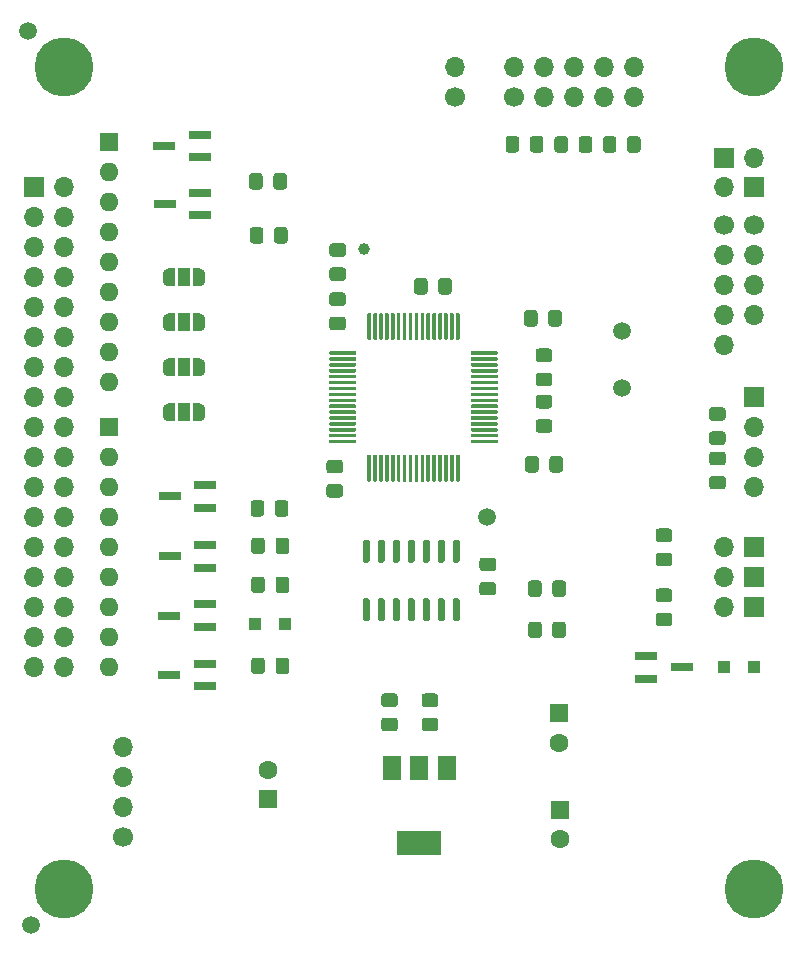
<source format=gbr>
%TF.GenerationSoftware,KiCad,Pcbnew,(5.1.9)-1*%
%TF.CreationDate,2021-08-09T15:54:16+01:00*%
%TF.ProjectId,OpenFlopsShort,4f70656e-466c-46f7-9073-53686f72742e,rev?*%
%TF.SameCoordinates,Original*%
%TF.FileFunction,Soldermask,Top*%
%TF.FilePolarity,Negative*%
%FSLAX46Y46*%
G04 Gerber Fmt 4.6, Leading zero omitted, Abs format (unit mm)*
G04 Created by KiCad (PCBNEW (5.1.9)-1) date 2021-08-09 15:54:16*
%MOMM*%
%LPD*%
G01*
G04 APERTURE LIST*
%ADD10O,1.700000X1.700000*%
%ADD11R,1.700000X1.700000*%
%ADD12C,1.700000*%
%ADD13R,1.000000X1.500000*%
%ADD14C,0.100000*%
%ADD15O,1.600000X1.600000*%
%ADD16R,1.600000X1.600000*%
%ADD17C,1.500000*%
%ADD18R,1.500000X2.000000*%
%ADD19R,3.800000X2.000000*%
%ADD20C,1.000000*%
%ADD21R,1.900000X0.800000*%
%ADD22C,5.000000*%
%ADD23R,1.000000X1.000000*%
%ADD24C,1.600000*%
G04 APERTURE END LIST*
D10*
%TO.C,J1*%
X166624000Y-68643500D03*
D11*
X169164000Y-68643500D03*
%TD*%
D10*
%TO.C,J2*%
X169164000Y-66167000D03*
D11*
X166624000Y-66167000D03*
%TD*%
D10*
%TO.C,P9*%
X166624000Y-104203500D03*
D11*
X169164000Y-104203500D03*
%TD*%
D10*
%TO.C,J4*%
X166624000Y-101663500D03*
D11*
X169164000Y-101663500D03*
%TD*%
D10*
%TO.C,J3*%
X166624000Y-99123500D03*
D11*
X169164000Y-99123500D03*
%TD*%
D10*
%TO.C,P6*%
X166624000Y-81978500D03*
X166624000Y-79438500D03*
X166624000Y-76898500D03*
X166624000Y-74358500D03*
D12*
X166624000Y-71818500D03*
%TD*%
D10*
%TO.C,P7*%
X169164000Y-79438500D03*
X169164000Y-76898500D03*
X169164000Y-74358500D03*
D12*
X169164000Y-71818500D03*
%TD*%
D13*
%TO.C,JP4*%
X120904000Y-87693500D03*
D14*
G36*
X122204000Y-86944102D02*
G01*
X122228534Y-86944102D01*
X122277365Y-86948912D01*
X122325490Y-86958484D01*
X122372445Y-86972728D01*
X122417778Y-86991505D01*
X122461051Y-87014636D01*
X122501850Y-87041896D01*
X122539779Y-87073024D01*
X122574476Y-87107721D01*
X122605604Y-87145650D01*
X122632864Y-87186449D01*
X122655995Y-87229722D01*
X122674772Y-87275055D01*
X122689016Y-87322010D01*
X122698588Y-87370135D01*
X122703398Y-87418966D01*
X122703398Y-87443500D01*
X122704000Y-87443500D01*
X122704000Y-87943500D01*
X122703398Y-87943500D01*
X122703398Y-87968034D01*
X122698588Y-88016865D01*
X122689016Y-88064990D01*
X122674772Y-88111945D01*
X122655995Y-88157278D01*
X122632864Y-88200551D01*
X122605604Y-88241350D01*
X122574476Y-88279279D01*
X122539779Y-88313976D01*
X122501850Y-88345104D01*
X122461051Y-88372364D01*
X122417778Y-88395495D01*
X122372445Y-88414272D01*
X122325490Y-88428516D01*
X122277365Y-88438088D01*
X122228534Y-88442898D01*
X122204000Y-88442898D01*
X122204000Y-88443500D01*
X121654000Y-88443500D01*
X121654000Y-86943500D01*
X122204000Y-86943500D01*
X122204000Y-86944102D01*
G37*
G36*
X120154000Y-88443500D02*
G01*
X119604000Y-88443500D01*
X119604000Y-88442898D01*
X119579466Y-88442898D01*
X119530635Y-88438088D01*
X119482510Y-88428516D01*
X119435555Y-88414272D01*
X119390222Y-88395495D01*
X119346949Y-88372364D01*
X119306150Y-88345104D01*
X119268221Y-88313976D01*
X119233524Y-88279279D01*
X119202396Y-88241350D01*
X119175136Y-88200551D01*
X119152005Y-88157278D01*
X119133228Y-88111945D01*
X119118984Y-88064990D01*
X119109412Y-88016865D01*
X119104602Y-87968034D01*
X119104602Y-87943500D01*
X119104000Y-87943500D01*
X119104000Y-87443500D01*
X119104602Y-87443500D01*
X119104602Y-87418966D01*
X119109412Y-87370135D01*
X119118984Y-87322010D01*
X119133228Y-87275055D01*
X119152005Y-87229722D01*
X119175136Y-87186449D01*
X119202396Y-87145650D01*
X119233524Y-87107721D01*
X119268221Y-87073024D01*
X119306150Y-87041896D01*
X119346949Y-87014636D01*
X119390222Y-86991505D01*
X119435555Y-86972728D01*
X119482510Y-86958484D01*
X119530635Y-86948912D01*
X119579466Y-86944102D01*
X119604000Y-86944102D01*
X119604000Y-86943500D01*
X120154000Y-86943500D01*
X120154000Y-88443500D01*
G37*
%TD*%
D13*
%TO.C,JP3*%
X120904000Y-83883500D03*
D14*
G36*
X122204000Y-83134102D02*
G01*
X122228534Y-83134102D01*
X122277365Y-83138912D01*
X122325490Y-83148484D01*
X122372445Y-83162728D01*
X122417778Y-83181505D01*
X122461051Y-83204636D01*
X122501850Y-83231896D01*
X122539779Y-83263024D01*
X122574476Y-83297721D01*
X122605604Y-83335650D01*
X122632864Y-83376449D01*
X122655995Y-83419722D01*
X122674772Y-83465055D01*
X122689016Y-83512010D01*
X122698588Y-83560135D01*
X122703398Y-83608966D01*
X122703398Y-83633500D01*
X122704000Y-83633500D01*
X122704000Y-84133500D01*
X122703398Y-84133500D01*
X122703398Y-84158034D01*
X122698588Y-84206865D01*
X122689016Y-84254990D01*
X122674772Y-84301945D01*
X122655995Y-84347278D01*
X122632864Y-84390551D01*
X122605604Y-84431350D01*
X122574476Y-84469279D01*
X122539779Y-84503976D01*
X122501850Y-84535104D01*
X122461051Y-84562364D01*
X122417778Y-84585495D01*
X122372445Y-84604272D01*
X122325490Y-84618516D01*
X122277365Y-84628088D01*
X122228534Y-84632898D01*
X122204000Y-84632898D01*
X122204000Y-84633500D01*
X121654000Y-84633500D01*
X121654000Y-83133500D01*
X122204000Y-83133500D01*
X122204000Y-83134102D01*
G37*
G36*
X120154000Y-84633500D02*
G01*
X119604000Y-84633500D01*
X119604000Y-84632898D01*
X119579466Y-84632898D01*
X119530635Y-84628088D01*
X119482510Y-84618516D01*
X119435555Y-84604272D01*
X119390222Y-84585495D01*
X119346949Y-84562364D01*
X119306150Y-84535104D01*
X119268221Y-84503976D01*
X119233524Y-84469279D01*
X119202396Y-84431350D01*
X119175136Y-84390551D01*
X119152005Y-84347278D01*
X119133228Y-84301945D01*
X119118984Y-84254990D01*
X119109412Y-84206865D01*
X119104602Y-84158034D01*
X119104602Y-84133500D01*
X119104000Y-84133500D01*
X119104000Y-83633500D01*
X119104602Y-83633500D01*
X119104602Y-83608966D01*
X119109412Y-83560135D01*
X119118984Y-83512010D01*
X119133228Y-83465055D01*
X119152005Y-83419722D01*
X119175136Y-83376449D01*
X119202396Y-83335650D01*
X119233524Y-83297721D01*
X119268221Y-83263024D01*
X119306150Y-83231896D01*
X119346949Y-83204636D01*
X119390222Y-83181505D01*
X119435555Y-83162728D01*
X119482510Y-83148484D01*
X119530635Y-83138912D01*
X119579466Y-83134102D01*
X119604000Y-83134102D01*
X119604000Y-83133500D01*
X120154000Y-83133500D01*
X120154000Y-84633500D01*
G37*
%TD*%
D13*
%TO.C,JP2*%
X120904000Y-80073500D03*
D14*
G36*
X122204000Y-79324102D02*
G01*
X122228534Y-79324102D01*
X122277365Y-79328912D01*
X122325490Y-79338484D01*
X122372445Y-79352728D01*
X122417778Y-79371505D01*
X122461051Y-79394636D01*
X122501850Y-79421896D01*
X122539779Y-79453024D01*
X122574476Y-79487721D01*
X122605604Y-79525650D01*
X122632864Y-79566449D01*
X122655995Y-79609722D01*
X122674772Y-79655055D01*
X122689016Y-79702010D01*
X122698588Y-79750135D01*
X122703398Y-79798966D01*
X122703398Y-79823500D01*
X122704000Y-79823500D01*
X122704000Y-80323500D01*
X122703398Y-80323500D01*
X122703398Y-80348034D01*
X122698588Y-80396865D01*
X122689016Y-80444990D01*
X122674772Y-80491945D01*
X122655995Y-80537278D01*
X122632864Y-80580551D01*
X122605604Y-80621350D01*
X122574476Y-80659279D01*
X122539779Y-80693976D01*
X122501850Y-80725104D01*
X122461051Y-80752364D01*
X122417778Y-80775495D01*
X122372445Y-80794272D01*
X122325490Y-80808516D01*
X122277365Y-80818088D01*
X122228534Y-80822898D01*
X122204000Y-80822898D01*
X122204000Y-80823500D01*
X121654000Y-80823500D01*
X121654000Y-79323500D01*
X122204000Y-79323500D01*
X122204000Y-79324102D01*
G37*
G36*
X120154000Y-80823500D02*
G01*
X119604000Y-80823500D01*
X119604000Y-80822898D01*
X119579466Y-80822898D01*
X119530635Y-80818088D01*
X119482510Y-80808516D01*
X119435555Y-80794272D01*
X119390222Y-80775495D01*
X119346949Y-80752364D01*
X119306150Y-80725104D01*
X119268221Y-80693976D01*
X119233524Y-80659279D01*
X119202396Y-80621350D01*
X119175136Y-80580551D01*
X119152005Y-80537278D01*
X119133228Y-80491945D01*
X119118984Y-80444990D01*
X119109412Y-80396865D01*
X119104602Y-80348034D01*
X119104602Y-80323500D01*
X119104000Y-80323500D01*
X119104000Y-79823500D01*
X119104602Y-79823500D01*
X119104602Y-79798966D01*
X119109412Y-79750135D01*
X119118984Y-79702010D01*
X119133228Y-79655055D01*
X119152005Y-79609722D01*
X119175136Y-79566449D01*
X119202396Y-79525650D01*
X119233524Y-79487721D01*
X119268221Y-79453024D01*
X119306150Y-79421896D01*
X119346949Y-79394636D01*
X119390222Y-79371505D01*
X119435555Y-79352728D01*
X119482510Y-79338484D01*
X119530635Y-79328912D01*
X119579466Y-79324102D01*
X119604000Y-79324102D01*
X119604000Y-79323500D01*
X120154000Y-79323500D01*
X120154000Y-80823500D01*
G37*
%TD*%
D13*
%TO.C,JP1*%
X120904000Y-76263500D03*
D14*
G36*
X122204000Y-75514102D02*
G01*
X122228534Y-75514102D01*
X122277365Y-75518912D01*
X122325490Y-75528484D01*
X122372445Y-75542728D01*
X122417778Y-75561505D01*
X122461051Y-75584636D01*
X122501850Y-75611896D01*
X122539779Y-75643024D01*
X122574476Y-75677721D01*
X122605604Y-75715650D01*
X122632864Y-75756449D01*
X122655995Y-75799722D01*
X122674772Y-75845055D01*
X122689016Y-75892010D01*
X122698588Y-75940135D01*
X122703398Y-75988966D01*
X122703398Y-76013500D01*
X122704000Y-76013500D01*
X122704000Y-76513500D01*
X122703398Y-76513500D01*
X122703398Y-76538034D01*
X122698588Y-76586865D01*
X122689016Y-76634990D01*
X122674772Y-76681945D01*
X122655995Y-76727278D01*
X122632864Y-76770551D01*
X122605604Y-76811350D01*
X122574476Y-76849279D01*
X122539779Y-76883976D01*
X122501850Y-76915104D01*
X122461051Y-76942364D01*
X122417778Y-76965495D01*
X122372445Y-76984272D01*
X122325490Y-76998516D01*
X122277365Y-77008088D01*
X122228534Y-77012898D01*
X122204000Y-77012898D01*
X122204000Y-77013500D01*
X121654000Y-77013500D01*
X121654000Y-75513500D01*
X122204000Y-75513500D01*
X122204000Y-75514102D01*
G37*
G36*
X120154000Y-77013500D02*
G01*
X119604000Y-77013500D01*
X119604000Y-77012898D01*
X119579466Y-77012898D01*
X119530635Y-77008088D01*
X119482510Y-76998516D01*
X119435555Y-76984272D01*
X119390222Y-76965495D01*
X119346949Y-76942364D01*
X119306150Y-76915104D01*
X119268221Y-76883976D01*
X119233524Y-76849279D01*
X119202396Y-76811350D01*
X119175136Y-76770551D01*
X119152005Y-76727278D01*
X119133228Y-76681945D01*
X119118984Y-76634990D01*
X119109412Y-76586865D01*
X119104602Y-76538034D01*
X119104602Y-76513500D01*
X119104000Y-76513500D01*
X119104000Y-76013500D01*
X119104602Y-76013500D01*
X119104602Y-75988966D01*
X119109412Y-75940135D01*
X119118984Y-75892010D01*
X119133228Y-75845055D01*
X119152005Y-75799722D01*
X119175136Y-75756449D01*
X119202396Y-75715650D01*
X119233524Y-75677721D01*
X119268221Y-75643024D01*
X119306150Y-75611896D01*
X119346949Y-75584636D01*
X119390222Y-75561505D01*
X119435555Y-75542728D01*
X119482510Y-75528484D01*
X119530635Y-75518912D01*
X119579466Y-75514102D01*
X119604000Y-75514102D01*
X119604000Y-75513500D01*
X120154000Y-75513500D01*
X120154000Y-77013500D01*
G37*
%TD*%
D15*
%TO.C,RN2*%
X114554000Y-109283500D03*
X114554000Y-106743500D03*
X114554000Y-104203500D03*
X114554000Y-101663500D03*
X114554000Y-99123500D03*
X114554000Y-96583500D03*
X114554000Y-94043500D03*
X114554000Y-91503500D03*
D16*
X114554000Y-88963500D03*
%TD*%
D15*
%TO.C,RN1*%
X114554000Y-85153500D03*
X114554000Y-82613500D03*
X114554000Y-80073500D03*
X114554000Y-77533500D03*
X114554000Y-74993500D03*
X114554000Y-72453500D03*
X114554000Y-69913500D03*
X114554000Y-67373500D03*
D16*
X114554000Y-64833500D03*
%TD*%
%TO.C,U3*%
G36*
G01*
X144235000Y-91348500D02*
X144235000Y-93498500D01*
G75*
G02*
X144160000Y-93573500I-75000J0D01*
G01*
X144010000Y-93573500D01*
G75*
G02*
X143935000Y-93498500I0J75000D01*
G01*
X143935000Y-91348500D01*
G75*
G02*
X144010000Y-91273500I75000J0D01*
G01*
X144160000Y-91273500D01*
G75*
G02*
X144235000Y-91348500I0J-75000D01*
G01*
G37*
G36*
G01*
X143735000Y-91348500D02*
X143735000Y-93498500D01*
G75*
G02*
X143660000Y-93573500I-75000J0D01*
G01*
X143510000Y-93573500D01*
G75*
G02*
X143435000Y-93498500I0J75000D01*
G01*
X143435000Y-91348500D01*
G75*
G02*
X143510000Y-91273500I75000J0D01*
G01*
X143660000Y-91273500D01*
G75*
G02*
X143735000Y-91348500I0J-75000D01*
G01*
G37*
G36*
G01*
X143235000Y-91348500D02*
X143235000Y-93498500D01*
G75*
G02*
X143160000Y-93573500I-75000J0D01*
G01*
X143010000Y-93573500D01*
G75*
G02*
X142935000Y-93498500I0J75000D01*
G01*
X142935000Y-91348500D01*
G75*
G02*
X143010000Y-91273500I75000J0D01*
G01*
X143160000Y-91273500D01*
G75*
G02*
X143235000Y-91348500I0J-75000D01*
G01*
G37*
G36*
G01*
X142735000Y-91348500D02*
X142735000Y-93498500D01*
G75*
G02*
X142660000Y-93573500I-75000J0D01*
G01*
X142510000Y-93573500D01*
G75*
G02*
X142435000Y-93498500I0J75000D01*
G01*
X142435000Y-91348500D01*
G75*
G02*
X142510000Y-91273500I75000J0D01*
G01*
X142660000Y-91273500D01*
G75*
G02*
X142735000Y-91348500I0J-75000D01*
G01*
G37*
G36*
G01*
X142235000Y-91348500D02*
X142235000Y-93498500D01*
G75*
G02*
X142160000Y-93573500I-75000J0D01*
G01*
X142010000Y-93573500D01*
G75*
G02*
X141935000Y-93498500I0J75000D01*
G01*
X141935000Y-91348500D01*
G75*
G02*
X142010000Y-91273500I75000J0D01*
G01*
X142160000Y-91273500D01*
G75*
G02*
X142235000Y-91348500I0J-75000D01*
G01*
G37*
G36*
G01*
X141735000Y-91348500D02*
X141735000Y-93498500D01*
G75*
G02*
X141660000Y-93573500I-75000J0D01*
G01*
X141510000Y-93573500D01*
G75*
G02*
X141435000Y-93498500I0J75000D01*
G01*
X141435000Y-91348500D01*
G75*
G02*
X141510000Y-91273500I75000J0D01*
G01*
X141660000Y-91273500D01*
G75*
G02*
X141735000Y-91348500I0J-75000D01*
G01*
G37*
G36*
G01*
X141235000Y-91348500D02*
X141235000Y-93498500D01*
G75*
G02*
X141160000Y-93573500I-75000J0D01*
G01*
X141010000Y-93573500D01*
G75*
G02*
X140935000Y-93498500I0J75000D01*
G01*
X140935000Y-91348500D01*
G75*
G02*
X141010000Y-91273500I75000J0D01*
G01*
X141160000Y-91273500D01*
G75*
G02*
X141235000Y-91348500I0J-75000D01*
G01*
G37*
G36*
G01*
X140735000Y-91348500D02*
X140735000Y-93498500D01*
G75*
G02*
X140660000Y-93573500I-75000J0D01*
G01*
X140510000Y-93573500D01*
G75*
G02*
X140435000Y-93498500I0J75000D01*
G01*
X140435000Y-91348500D01*
G75*
G02*
X140510000Y-91273500I75000J0D01*
G01*
X140660000Y-91273500D01*
G75*
G02*
X140735000Y-91348500I0J-75000D01*
G01*
G37*
G36*
G01*
X140235000Y-91348500D02*
X140235000Y-93498500D01*
G75*
G02*
X140160000Y-93573500I-75000J0D01*
G01*
X140010000Y-93573500D01*
G75*
G02*
X139935000Y-93498500I0J75000D01*
G01*
X139935000Y-91348500D01*
G75*
G02*
X140010000Y-91273500I75000J0D01*
G01*
X140160000Y-91273500D01*
G75*
G02*
X140235000Y-91348500I0J-75000D01*
G01*
G37*
G36*
G01*
X139735000Y-91348500D02*
X139735000Y-93498500D01*
G75*
G02*
X139660000Y-93573500I-75000J0D01*
G01*
X139510000Y-93573500D01*
G75*
G02*
X139435000Y-93498500I0J75000D01*
G01*
X139435000Y-91348500D01*
G75*
G02*
X139510000Y-91273500I75000J0D01*
G01*
X139660000Y-91273500D01*
G75*
G02*
X139735000Y-91348500I0J-75000D01*
G01*
G37*
G36*
G01*
X139235000Y-91348500D02*
X139235000Y-93498500D01*
G75*
G02*
X139160000Y-93573500I-75000J0D01*
G01*
X139010000Y-93573500D01*
G75*
G02*
X138935000Y-93498500I0J75000D01*
G01*
X138935000Y-91348500D01*
G75*
G02*
X139010000Y-91273500I75000J0D01*
G01*
X139160000Y-91273500D01*
G75*
G02*
X139235000Y-91348500I0J-75000D01*
G01*
G37*
G36*
G01*
X138735000Y-91348500D02*
X138735000Y-93498500D01*
G75*
G02*
X138660000Y-93573500I-75000J0D01*
G01*
X138510000Y-93573500D01*
G75*
G02*
X138435000Y-93498500I0J75000D01*
G01*
X138435000Y-91348500D01*
G75*
G02*
X138510000Y-91273500I75000J0D01*
G01*
X138660000Y-91273500D01*
G75*
G02*
X138735000Y-91348500I0J-75000D01*
G01*
G37*
G36*
G01*
X138235000Y-91348500D02*
X138235000Y-93498500D01*
G75*
G02*
X138160000Y-93573500I-75000J0D01*
G01*
X138010000Y-93573500D01*
G75*
G02*
X137935000Y-93498500I0J75000D01*
G01*
X137935000Y-91348500D01*
G75*
G02*
X138010000Y-91273500I75000J0D01*
G01*
X138160000Y-91273500D01*
G75*
G02*
X138235000Y-91348500I0J-75000D01*
G01*
G37*
G36*
G01*
X137735000Y-91348500D02*
X137735000Y-93498500D01*
G75*
G02*
X137660000Y-93573500I-75000J0D01*
G01*
X137510000Y-93573500D01*
G75*
G02*
X137435000Y-93498500I0J75000D01*
G01*
X137435000Y-91348500D01*
G75*
G02*
X137510000Y-91273500I75000J0D01*
G01*
X137660000Y-91273500D01*
G75*
G02*
X137735000Y-91348500I0J-75000D01*
G01*
G37*
G36*
G01*
X137235000Y-91348500D02*
X137235000Y-93498500D01*
G75*
G02*
X137160000Y-93573500I-75000J0D01*
G01*
X137010000Y-93573500D01*
G75*
G02*
X136935000Y-93498500I0J75000D01*
G01*
X136935000Y-91348500D01*
G75*
G02*
X137010000Y-91273500I75000J0D01*
G01*
X137160000Y-91273500D01*
G75*
G02*
X137235000Y-91348500I0J-75000D01*
G01*
G37*
G36*
G01*
X136735000Y-91348500D02*
X136735000Y-93498500D01*
G75*
G02*
X136660000Y-93573500I-75000J0D01*
G01*
X136510000Y-93573500D01*
G75*
G02*
X136435000Y-93498500I0J75000D01*
G01*
X136435000Y-91348500D01*
G75*
G02*
X136510000Y-91273500I75000J0D01*
G01*
X136660000Y-91273500D01*
G75*
G02*
X136735000Y-91348500I0J-75000D01*
G01*
G37*
G36*
G01*
X135485000Y-90098500D02*
X135485000Y-90248500D01*
G75*
G02*
X135410000Y-90323500I-75000J0D01*
G01*
X133260000Y-90323500D01*
G75*
G02*
X133185000Y-90248500I0J75000D01*
G01*
X133185000Y-90098500D01*
G75*
G02*
X133260000Y-90023500I75000J0D01*
G01*
X135410000Y-90023500D01*
G75*
G02*
X135485000Y-90098500I0J-75000D01*
G01*
G37*
G36*
G01*
X135485000Y-89598500D02*
X135485000Y-89748500D01*
G75*
G02*
X135410000Y-89823500I-75000J0D01*
G01*
X133260000Y-89823500D01*
G75*
G02*
X133185000Y-89748500I0J75000D01*
G01*
X133185000Y-89598500D01*
G75*
G02*
X133260000Y-89523500I75000J0D01*
G01*
X135410000Y-89523500D01*
G75*
G02*
X135485000Y-89598500I0J-75000D01*
G01*
G37*
G36*
G01*
X135485000Y-89098500D02*
X135485000Y-89248500D01*
G75*
G02*
X135410000Y-89323500I-75000J0D01*
G01*
X133260000Y-89323500D01*
G75*
G02*
X133185000Y-89248500I0J75000D01*
G01*
X133185000Y-89098500D01*
G75*
G02*
X133260000Y-89023500I75000J0D01*
G01*
X135410000Y-89023500D01*
G75*
G02*
X135485000Y-89098500I0J-75000D01*
G01*
G37*
G36*
G01*
X135485000Y-88598500D02*
X135485000Y-88748500D01*
G75*
G02*
X135410000Y-88823500I-75000J0D01*
G01*
X133260000Y-88823500D01*
G75*
G02*
X133185000Y-88748500I0J75000D01*
G01*
X133185000Y-88598500D01*
G75*
G02*
X133260000Y-88523500I75000J0D01*
G01*
X135410000Y-88523500D01*
G75*
G02*
X135485000Y-88598500I0J-75000D01*
G01*
G37*
G36*
G01*
X135485000Y-88098500D02*
X135485000Y-88248500D01*
G75*
G02*
X135410000Y-88323500I-75000J0D01*
G01*
X133260000Y-88323500D01*
G75*
G02*
X133185000Y-88248500I0J75000D01*
G01*
X133185000Y-88098500D01*
G75*
G02*
X133260000Y-88023500I75000J0D01*
G01*
X135410000Y-88023500D01*
G75*
G02*
X135485000Y-88098500I0J-75000D01*
G01*
G37*
G36*
G01*
X135485000Y-87598500D02*
X135485000Y-87748500D01*
G75*
G02*
X135410000Y-87823500I-75000J0D01*
G01*
X133260000Y-87823500D01*
G75*
G02*
X133185000Y-87748500I0J75000D01*
G01*
X133185000Y-87598500D01*
G75*
G02*
X133260000Y-87523500I75000J0D01*
G01*
X135410000Y-87523500D01*
G75*
G02*
X135485000Y-87598500I0J-75000D01*
G01*
G37*
G36*
G01*
X135485000Y-87098500D02*
X135485000Y-87248500D01*
G75*
G02*
X135410000Y-87323500I-75000J0D01*
G01*
X133260000Y-87323500D01*
G75*
G02*
X133185000Y-87248500I0J75000D01*
G01*
X133185000Y-87098500D01*
G75*
G02*
X133260000Y-87023500I75000J0D01*
G01*
X135410000Y-87023500D01*
G75*
G02*
X135485000Y-87098500I0J-75000D01*
G01*
G37*
G36*
G01*
X135485000Y-86598500D02*
X135485000Y-86748500D01*
G75*
G02*
X135410000Y-86823500I-75000J0D01*
G01*
X133260000Y-86823500D01*
G75*
G02*
X133185000Y-86748500I0J75000D01*
G01*
X133185000Y-86598500D01*
G75*
G02*
X133260000Y-86523500I75000J0D01*
G01*
X135410000Y-86523500D01*
G75*
G02*
X135485000Y-86598500I0J-75000D01*
G01*
G37*
G36*
G01*
X135485000Y-86098500D02*
X135485000Y-86248500D01*
G75*
G02*
X135410000Y-86323500I-75000J0D01*
G01*
X133260000Y-86323500D01*
G75*
G02*
X133185000Y-86248500I0J75000D01*
G01*
X133185000Y-86098500D01*
G75*
G02*
X133260000Y-86023500I75000J0D01*
G01*
X135410000Y-86023500D01*
G75*
G02*
X135485000Y-86098500I0J-75000D01*
G01*
G37*
G36*
G01*
X135485000Y-85598500D02*
X135485000Y-85748500D01*
G75*
G02*
X135410000Y-85823500I-75000J0D01*
G01*
X133260000Y-85823500D01*
G75*
G02*
X133185000Y-85748500I0J75000D01*
G01*
X133185000Y-85598500D01*
G75*
G02*
X133260000Y-85523500I75000J0D01*
G01*
X135410000Y-85523500D01*
G75*
G02*
X135485000Y-85598500I0J-75000D01*
G01*
G37*
G36*
G01*
X135485000Y-85098500D02*
X135485000Y-85248500D01*
G75*
G02*
X135410000Y-85323500I-75000J0D01*
G01*
X133260000Y-85323500D01*
G75*
G02*
X133185000Y-85248500I0J75000D01*
G01*
X133185000Y-85098500D01*
G75*
G02*
X133260000Y-85023500I75000J0D01*
G01*
X135410000Y-85023500D01*
G75*
G02*
X135485000Y-85098500I0J-75000D01*
G01*
G37*
G36*
G01*
X135485000Y-84598500D02*
X135485000Y-84748500D01*
G75*
G02*
X135410000Y-84823500I-75000J0D01*
G01*
X133260000Y-84823500D01*
G75*
G02*
X133185000Y-84748500I0J75000D01*
G01*
X133185000Y-84598500D01*
G75*
G02*
X133260000Y-84523500I75000J0D01*
G01*
X135410000Y-84523500D01*
G75*
G02*
X135485000Y-84598500I0J-75000D01*
G01*
G37*
G36*
G01*
X135485000Y-84098500D02*
X135485000Y-84248500D01*
G75*
G02*
X135410000Y-84323500I-75000J0D01*
G01*
X133260000Y-84323500D01*
G75*
G02*
X133185000Y-84248500I0J75000D01*
G01*
X133185000Y-84098500D01*
G75*
G02*
X133260000Y-84023500I75000J0D01*
G01*
X135410000Y-84023500D01*
G75*
G02*
X135485000Y-84098500I0J-75000D01*
G01*
G37*
G36*
G01*
X135485000Y-83598500D02*
X135485000Y-83748500D01*
G75*
G02*
X135410000Y-83823500I-75000J0D01*
G01*
X133260000Y-83823500D01*
G75*
G02*
X133185000Y-83748500I0J75000D01*
G01*
X133185000Y-83598500D01*
G75*
G02*
X133260000Y-83523500I75000J0D01*
G01*
X135410000Y-83523500D01*
G75*
G02*
X135485000Y-83598500I0J-75000D01*
G01*
G37*
G36*
G01*
X135485000Y-83098500D02*
X135485000Y-83248500D01*
G75*
G02*
X135410000Y-83323500I-75000J0D01*
G01*
X133260000Y-83323500D01*
G75*
G02*
X133185000Y-83248500I0J75000D01*
G01*
X133185000Y-83098500D01*
G75*
G02*
X133260000Y-83023500I75000J0D01*
G01*
X135410000Y-83023500D01*
G75*
G02*
X135485000Y-83098500I0J-75000D01*
G01*
G37*
G36*
G01*
X135485000Y-82598500D02*
X135485000Y-82748500D01*
G75*
G02*
X135410000Y-82823500I-75000J0D01*
G01*
X133260000Y-82823500D01*
G75*
G02*
X133185000Y-82748500I0J75000D01*
G01*
X133185000Y-82598500D01*
G75*
G02*
X133260000Y-82523500I75000J0D01*
G01*
X135410000Y-82523500D01*
G75*
G02*
X135485000Y-82598500I0J-75000D01*
G01*
G37*
G36*
G01*
X136735000Y-79348500D02*
X136735000Y-81498500D01*
G75*
G02*
X136660000Y-81573500I-75000J0D01*
G01*
X136510000Y-81573500D01*
G75*
G02*
X136435000Y-81498500I0J75000D01*
G01*
X136435000Y-79348500D01*
G75*
G02*
X136510000Y-79273500I75000J0D01*
G01*
X136660000Y-79273500D01*
G75*
G02*
X136735000Y-79348500I0J-75000D01*
G01*
G37*
G36*
G01*
X137235000Y-79348500D02*
X137235000Y-81498500D01*
G75*
G02*
X137160000Y-81573500I-75000J0D01*
G01*
X137010000Y-81573500D01*
G75*
G02*
X136935000Y-81498500I0J75000D01*
G01*
X136935000Y-79348500D01*
G75*
G02*
X137010000Y-79273500I75000J0D01*
G01*
X137160000Y-79273500D01*
G75*
G02*
X137235000Y-79348500I0J-75000D01*
G01*
G37*
G36*
G01*
X137735000Y-79348500D02*
X137735000Y-81498500D01*
G75*
G02*
X137660000Y-81573500I-75000J0D01*
G01*
X137510000Y-81573500D01*
G75*
G02*
X137435000Y-81498500I0J75000D01*
G01*
X137435000Y-79348500D01*
G75*
G02*
X137510000Y-79273500I75000J0D01*
G01*
X137660000Y-79273500D01*
G75*
G02*
X137735000Y-79348500I0J-75000D01*
G01*
G37*
G36*
G01*
X138235000Y-79348500D02*
X138235000Y-81498500D01*
G75*
G02*
X138160000Y-81573500I-75000J0D01*
G01*
X138010000Y-81573500D01*
G75*
G02*
X137935000Y-81498500I0J75000D01*
G01*
X137935000Y-79348500D01*
G75*
G02*
X138010000Y-79273500I75000J0D01*
G01*
X138160000Y-79273500D01*
G75*
G02*
X138235000Y-79348500I0J-75000D01*
G01*
G37*
G36*
G01*
X138735000Y-79348500D02*
X138735000Y-81498500D01*
G75*
G02*
X138660000Y-81573500I-75000J0D01*
G01*
X138510000Y-81573500D01*
G75*
G02*
X138435000Y-81498500I0J75000D01*
G01*
X138435000Y-79348500D01*
G75*
G02*
X138510000Y-79273500I75000J0D01*
G01*
X138660000Y-79273500D01*
G75*
G02*
X138735000Y-79348500I0J-75000D01*
G01*
G37*
G36*
G01*
X139235000Y-79348500D02*
X139235000Y-81498500D01*
G75*
G02*
X139160000Y-81573500I-75000J0D01*
G01*
X139010000Y-81573500D01*
G75*
G02*
X138935000Y-81498500I0J75000D01*
G01*
X138935000Y-79348500D01*
G75*
G02*
X139010000Y-79273500I75000J0D01*
G01*
X139160000Y-79273500D01*
G75*
G02*
X139235000Y-79348500I0J-75000D01*
G01*
G37*
G36*
G01*
X139735000Y-79348500D02*
X139735000Y-81498500D01*
G75*
G02*
X139660000Y-81573500I-75000J0D01*
G01*
X139510000Y-81573500D01*
G75*
G02*
X139435000Y-81498500I0J75000D01*
G01*
X139435000Y-79348500D01*
G75*
G02*
X139510000Y-79273500I75000J0D01*
G01*
X139660000Y-79273500D01*
G75*
G02*
X139735000Y-79348500I0J-75000D01*
G01*
G37*
G36*
G01*
X140235000Y-79348500D02*
X140235000Y-81498500D01*
G75*
G02*
X140160000Y-81573500I-75000J0D01*
G01*
X140010000Y-81573500D01*
G75*
G02*
X139935000Y-81498500I0J75000D01*
G01*
X139935000Y-79348500D01*
G75*
G02*
X140010000Y-79273500I75000J0D01*
G01*
X140160000Y-79273500D01*
G75*
G02*
X140235000Y-79348500I0J-75000D01*
G01*
G37*
G36*
G01*
X140735000Y-79348500D02*
X140735000Y-81498500D01*
G75*
G02*
X140660000Y-81573500I-75000J0D01*
G01*
X140510000Y-81573500D01*
G75*
G02*
X140435000Y-81498500I0J75000D01*
G01*
X140435000Y-79348500D01*
G75*
G02*
X140510000Y-79273500I75000J0D01*
G01*
X140660000Y-79273500D01*
G75*
G02*
X140735000Y-79348500I0J-75000D01*
G01*
G37*
G36*
G01*
X141235000Y-79348500D02*
X141235000Y-81498500D01*
G75*
G02*
X141160000Y-81573500I-75000J0D01*
G01*
X141010000Y-81573500D01*
G75*
G02*
X140935000Y-81498500I0J75000D01*
G01*
X140935000Y-79348500D01*
G75*
G02*
X141010000Y-79273500I75000J0D01*
G01*
X141160000Y-79273500D01*
G75*
G02*
X141235000Y-79348500I0J-75000D01*
G01*
G37*
G36*
G01*
X141735000Y-79348500D02*
X141735000Y-81498500D01*
G75*
G02*
X141660000Y-81573500I-75000J0D01*
G01*
X141510000Y-81573500D01*
G75*
G02*
X141435000Y-81498500I0J75000D01*
G01*
X141435000Y-79348500D01*
G75*
G02*
X141510000Y-79273500I75000J0D01*
G01*
X141660000Y-79273500D01*
G75*
G02*
X141735000Y-79348500I0J-75000D01*
G01*
G37*
G36*
G01*
X142235000Y-79348500D02*
X142235000Y-81498500D01*
G75*
G02*
X142160000Y-81573500I-75000J0D01*
G01*
X142010000Y-81573500D01*
G75*
G02*
X141935000Y-81498500I0J75000D01*
G01*
X141935000Y-79348500D01*
G75*
G02*
X142010000Y-79273500I75000J0D01*
G01*
X142160000Y-79273500D01*
G75*
G02*
X142235000Y-79348500I0J-75000D01*
G01*
G37*
G36*
G01*
X142735000Y-79348500D02*
X142735000Y-81498500D01*
G75*
G02*
X142660000Y-81573500I-75000J0D01*
G01*
X142510000Y-81573500D01*
G75*
G02*
X142435000Y-81498500I0J75000D01*
G01*
X142435000Y-79348500D01*
G75*
G02*
X142510000Y-79273500I75000J0D01*
G01*
X142660000Y-79273500D01*
G75*
G02*
X142735000Y-79348500I0J-75000D01*
G01*
G37*
G36*
G01*
X143235000Y-79348500D02*
X143235000Y-81498500D01*
G75*
G02*
X143160000Y-81573500I-75000J0D01*
G01*
X143010000Y-81573500D01*
G75*
G02*
X142935000Y-81498500I0J75000D01*
G01*
X142935000Y-79348500D01*
G75*
G02*
X143010000Y-79273500I75000J0D01*
G01*
X143160000Y-79273500D01*
G75*
G02*
X143235000Y-79348500I0J-75000D01*
G01*
G37*
G36*
G01*
X143735000Y-79348500D02*
X143735000Y-81498500D01*
G75*
G02*
X143660000Y-81573500I-75000J0D01*
G01*
X143510000Y-81573500D01*
G75*
G02*
X143435000Y-81498500I0J75000D01*
G01*
X143435000Y-79348500D01*
G75*
G02*
X143510000Y-79273500I75000J0D01*
G01*
X143660000Y-79273500D01*
G75*
G02*
X143735000Y-79348500I0J-75000D01*
G01*
G37*
G36*
G01*
X144235000Y-79348500D02*
X144235000Y-81498500D01*
G75*
G02*
X144160000Y-81573500I-75000J0D01*
G01*
X144010000Y-81573500D01*
G75*
G02*
X143935000Y-81498500I0J75000D01*
G01*
X143935000Y-79348500D01*
G75*
G02*
X144010000Y-79273500I75000J0D01*
G01*
X144160000Y-79273500D01*
G75*
G02*
X144235000Y-79348500I0J-75000D01*
G01*
G37*
G36*
G01*
X147485000Y-82598500D02*
X147485000Y-82748500D01*
G75*
G02*
X147410000Y-82823500I-75000J0D01*
G01*
X145260000Y-82823500D01*
G75*
G02*
X145185000Y-82748500I0J75000D01*
G01*
X145185000Y-82598500D01*
G75*
G02*
X145260000Y-82523500I75000J0D01*
G01*
X147410000Y-82523500D01*
G75*
G02*
X147485000Y-82598500I0J-75000D01*
G01*
G37*
G36*
G01*
X147485000Y-83098500D02*
X147485000Y-83248500D01*
G75*
G02*
X147410000Y-83323500I-75000J0D01*
G01*
X145260000Y-83323500D01*
G75*
G02*
X145185000Y-83248500I0J75000D01*
G01*
X145185000Y-83098500D01*
G75*
G02*
X145260000Y-83023500I75000J0D01*
G01*
X147410000Y-83023500D01*
G75*
G02*
X147485000Y-83098500I0J-75000D01*
G01*
G37*
G36*
G01*
X147485000Y-83598500D02*
X147485000Y-83748500D01*
G75*
G02*
X147410000Y-83823500I-75000J0D01*
G01*
X145260000Y-83823500D01*
G75*
G02*
X145185000Y-83748500I0J75000D01*
G01*
X145185000Y-83598500D01*
G75*
G02*
X145260000Y-83523500I75000J0D01*
G01*
X147410000Y-83523500D01*
G75*
G02*
X147485000Y-83598500I0J-75000D01*
G01*
G37*
G36*
G01*
X147485000Y-84098500D02*
X147485000Y-84248500D01*
G75*
G02*
X147410000Y-84323500I-75000J0D01*
G01*
X145260000Y-84323500D01*
G75*
G02*
X145185000Y-84248500I0J75000D01*
G01*
X145185000Y-84098500D01*
G75*
G02*
X145260000Y-84023500I75000J0D01*
G01*
X147410000Y-84023500D01*
G75*
G02*
X147485000Y-84098500I0J-75000D01*
G01*
G37*
G36*
G01*
X147485000Y-84598500D02*
X147485000Y-84748500D01*
G75*
G02*
X147410000Y-84823500I-75000J0D01*
G01*
X145260000Y-84823500D01*
G75*
G02*
X145185000Y-84748500I0J75000D01*
G01*
X145185000Y-84598500D01*
G75*
G02*
X145260000Y-84523500I75000J0D01*
G01*
X147410000Y-84523500D01*
G75*
G02*
X147485000Y-84598500I0J-75000D01*
G01*
G37*
G36*
G01*
X147485000Y-85098500D02*
X147485000Y-85248500D01*
G75*
G02*
X147410000Y-85323500I-75000J0D01*
G01*
X145260000Y-85323500D01*
G75*
G02*
X145185000Y-85248500I0J75000D01*
G01*
X145185000Y-85098500D01*
G75*
G02*
X145260000Y-85023500I75000J0D01*
G01*
X147410000Y-85023500D01*
G75*
G02*
X147485000Y-85098500I0J-75000D01*
G01*
G37*
G36*
G01*
X147485000Y-85598500D02*
X147485000Y-85748500D01*
G75*
G02*
X147410000Y-85823500I-75000J0D01*
G01*
X145260000Y-85823500D01*
G75*
G02*
X145185000Y-85748500I0J75000D01*
G01*
X145185000Y-85598500D01*
G75*
G02*
X145260000Y-85523500I75000J0D01*
G01*
X147410000Y-85523500D01*
G75*
G02*
X147485000Y-85598500I0J-75000D01*
G01*
G37*
G36*
G01*
X147485000Y-86098500D02*
X147485000Y-86248500D01*
G75*
G02*
X147410000Y-86323500I-75000J0D01*
G01*
X145260000Y-86323500D01*
G75*
G02*
X145185000Y-86248500I0J75000D01*
G01*
X145185000Y-86098500D01*
G75*
G02*
X145260000Y-86023500I75000J0D01*
G01*
X147410000Y-86023500D01*
G75*
G02*
X147485000Y-86098500I0J-75000D01*
G01*
G37*
G36*
G01*
X147485000Y-86598500D02*
X147485000Y-86748500D01*
G75*
G02*
X147410000Y-86823500I-75000J0D01*
G01*
X145260000Y-86823500D01*
G75*
G02*
X145185000Y-86748500I0J75000D01*
G01*
X145185000Y-86598500D01*
G75*
G02*
X145260000Y-86523500I75000J0D01*
G01*
X147410000Y-86523500D01*
G75*
G02*
X147485000Y-86598500I0J-75000D01*
G01*
G37*
G36*
G01*
X147485000Y-87098500D02*
X147485000Y-87248500D01*
G75*
G02*
X147410000Y-87323500I-75000J0D01*
G01*
X145260000Y-87323500D01*
G75*
G02*
X145185000Y-87248500I0J75000D01*
G01*
X145185000Y-87098500D01*
G75*
G02*
X145260000Y-87023500I75000J0D01*
G01*
X147410000Y-87023500D01*
G75*
G02*
X147485000Y-87098500I0J-75000D01*
G01*
G37*
G36*
G01*
X147485000Y-87598500D02*
X147485000Y-87748500D01*
G75*
G02*
X147410000Y-87823500I-75000J0D01*
G01*
X145260000Y-87823500D01*
G75*
G02*
X145185000Y-87748500I0J75000D01*
G01*
X145185000Y-87598500D01*
G75*
G02*
X145260000Y-87523500I75000J0D01*
G01*
X147410000Y-87523500D01*
G75*
G02*
X147485000Y-87598500I0J-75000D01*
G01*
G37*
G36*
G01*
X147485000Y-88098500D02*
X147485000Y-88248500D01*
G75*
G02*
X147410000Y-88323500I-75000J0D01*
G01*
X145260000Y-88323500D01*
G75*
G02*
X145185000Y-88248500I0J75000D01*
G01*
X145185000Y-88098500D01*
G75*
G02*
X145260000Y-88023500I75000J0D01*
G01*
X147410000Y-88023500D01*
G75*
G02*
X147485000Y-88098500I0J-75000D01*
G01*
G37*
G36*
G01*
X147485000Y-88598500D02*
X147485000Y-88748500D01*
G75*
G02*
X147410000Y-88823500I-75000J0D01*
G01*
X145260000Y-88823500D01*
G75*
G02*
X145185000Y-88748500I0J75000D01*
G01*
X145185000Y-88598500D01*
G75*
G02*
X145260000Y-88523500I75000J0D01*
G01*
X147410000Y-88523500D01*
G75*
G02*
X147485000Y-88598500I0J-75000D01*
G01*
G37*
G36*
G01*
X147485000Y-89098500D02*
X147485000Y-89248500D01*
G75*
G02*
X147410000Y-89323500I-75000J0D01*
G01*
X145260000Y-89323500D01*
G75*
G02*
X145185000Y-89248500I0J75000D01*
G01*
X145185000Y-89098500D01*
G75*
G02*
X145260000Y-89023500I75000J0D01*
G01*
X147410000Y-89023500D01*
G75*
G02*
X147485000Y-89098500I0J-75000D01*
G01*
G37*
G36*
G01*
X147485000Y-89598500D02*
X147485000Y-89748500D01*
G75*
G02*
X147410000Y-89823500I-75000J0D01*
G01*
X145260000Y-89823500D01*
G75*
G02*
X145185000Y-89748500I0J75000D01*
G01*
X145185000Y-89598500D01*
G75*
G02*
X145260000Y-89523500I75000J0D01*
G01*
X147410000Y-89523500D01*
G75*
G02*
X147485000Y-89598500I0J-75000D01*
G01*
G37*
G36*
G01*
X147485000Y-90098500D02*
X147485000Y-90248500D01*
G75*
G02*
X147410000Y-90323500I-75000J0D01*
G01*
X145260000Y-90323500D01*
G75*
G02*
X145185000Y-90248500I0J75000D01*
G01*
X145185000Y-90098500D01*
G75*
G02*
X145260000Y-90023500I75000J0D01*
G01*
X147410000Y-90023500D01*
G75*
G02*
X147485000Y-90098500I0J-75000D01*
G01*
G37*
%TD*%
D10*
%TO.C,P8*%
X169164000Y-94043500D03*
X169164000Y-91503500D03*
X169164000Y-88963500D03*
D11*
X169164000Y-86423500D03*
%TD*%
D17*
%TO.C,Y1*%
X157988000Y-80781500D03*
X157988000Y-85661500D03*
%TD*%
D18*
%TO.C,U4*%
X143143000Y-117817500D03*
X138543000Y-117817500D03*
X140843000Y-117817500D03*
D19*
X140843000Y-124117500D03*
%TD*%
%TO.C,U1*%
G36*
G01*
X143804500Y-103417500D02*
X144104500Y-103417500D01*
G75*
G02*
X144254500Y-103567500I0J-150000D01*
G01*
X144254500Y-105217500D01*
G75*
G02*
X144104500Y-105367500I-150000J0D01*
G01*
X143804500Y-105367500D01*
G75*
G02*
X143654500Y-105217500I0J150000D01*
G01*
X143654500Y-103567500D01*
G75*
G02*
X143804500Y-103417500I150000J0D01*
G01*
G37*
G36*
G01*
X142534500Y-103417500D02*
X142834500Y-103417500D01*
G75*
G02*
X142984500Y-103567500I0J-150000D01*
G01*
X142984500Y-105217500D01*
G75*
G02*
X142834500Y-105367500I-150000J0D01*
G01*
X142534500Y-105367500D01*
G75*
G02*
X142384500Y-105217500I0J150000D01*
G01*
X142384500Y-103567500D01*
G75*
G02*
X142534500Y-103417500I150000J0D01*
G01*
G37*
G36*
G01*
X141264500Y-103417500D02*
X141564500Y-103417500D01*
G75*
G02*
X141714500Y-103567500I0J-150000D01*
G01*
X141714500Y-105217500D01*
G75*
G02*
X141564500Y-105367500I-150000J0D01*
G01*
X141264500Y-105367500D01*
G75*
G02*
X141114500Y-105217500I0J150000D01*
G01*
X141114500Y-103567500D01*
G75*
G02*
X141264500Y-103417500I150000J0D01*
G01*
G37*
G36*
G01*
X139994500Y-103417500D02*
X140294500Y-103417500D01*
G75*
G02*
X140444500Y-103567500I0J-150000D01*
G01*
X140444500Y-105217500D01*
G75*
G02*
X140294500Y-105367500I-150000J0D01*
G01*
X139994500Y-105367500D01*
G75*
G02*
X139844500Y-105217500I0J150000D01*
G01*
X139844500Y-103567500D01*
G75*
G02*
X139994500Y-103417500I150000J0D01*
G01*
G37*
G36*
G01*
X138724500Y-103417500D02*
X139024500Y-103417500D01*
G75*
G02*
X139174500Y-103567500I0J-150000D01*
G01*
X139174500Y-105217500D01*
G75*
G02*
X139024500Y-105367500I-150000J0D01*
G01*
X138724500Y-105367500D01*
G75*
G02*
X138574500Y-105217500I0J150000D01*
G01*
X138574500Y-103567500D01*
G75*
G02*
X138724500Y-103417500I150000J0D01*
G01*
G37*
G36*
G01*
X137454500Y-103417500D02*
X137754500Y-103417500D01*
G75*
G02*
X137904500Y-103567500I0J-150000D01*
G01*
X137904500Y-105217500D01*
G75*
G02*
X137754500Y-105367500I-150000J0D01*
G01*
X137454500Y-105367500D01*
G75*
G02*
X137304500Y-105217500I0J150000D01*
G01*
X137304500Y-103567500D01*
G75*
G02*
X137454500Y-103417500I150000J0D01*
G01*
G37*
G36*
G01*
X136184500Y-103417500D02*
X136484500Y-103417500D01*
G75*
G02*
X136634500Y-103567500I0J-150000D01*
G01*
X136634500Y-105217500D01*
G75*
G02*
X136484500Y-105367500I-150000J0D01*
G01*
X136184500Y-105367500D01*
G75*
G02*
X136034500Y-105217500I0J150000D01*
G01*
X136034500Y-103567500D01*
G75*
G02*
X136184500Y-103417500I150000J0D01*
G01*
G37*
G36*
G01*
X136184500Y-98467500D02*
X136484500Y-98467500D01*
G75*
G02*
X136634500Y-98617500I0J-150000D01*
G01*
X136634500Y-100267500D01*
G75*
G02*
X136484500Y-100417500I-150000J0D01*
G01*
X136184500Y-100417500D01*
G75*
G02*
X136034500Y-100267500I0J150000D01*
G01*
X136034500Y-98617500D01*
G75*
G02*
X136184500Y-98467500I150000J0D01*
G01*
G37*
G36*
G01*
X137454500Y-98467500D02*
X137754500Y-98467500D01*
G75*
G02*
X137904500Y-98617500I0J-150000D01*
G01*
X137904500Y-100267500D01*
G75*
G02*
X137754500Y-100417500I-150000J0D01*
G01*
X137454500Y-100417500D01*
G75*
G02*
X137304500Y-100267500I0J150000D01*
G01*
X137304500Y-98617500D01*
G75*
G02*
X137454500Y-98467500I150000J0D01*
G01*
G37*
G36*
G01*
X138724500Y-98467500D02*
X139024500Y-98467500D01*
G75*
G02*
X139174500Y-98617500I0J-150000D01*
G01*
X139174500Y-100267500D01*
G75*
G02*
X139024500Y-100417500I-150000J0D01*
G01*
X138724500Y-100417500D01*
G75*
G02*
X138574500Y-100267500I0J150000D01*
G01*
X138574500Y-98617500D01*
G75*
G02*
X138724500Y-98467500I150000J0D01*
G01*
G37*
G36*
G01*
X139994500Y-98467500D02*
X140294500Y-98467500D01*
G75*
G02*
X140444500Y-98617500I0J-150000D01*
G01*
X140444500Y-100267500D01*
G75*
G02*
X140294500Y-100417500I-150000J0D01*
G01*
X139994500Y-100417500D01*
G75*
G02*
X139844500Y-100267500I0J150000D01*
G01*
X139844500Y-98617500D01*
G75*
G02*
X139994500Y-98467500I150000J0D01*
G01*
G37*
G36*
G01*
X141264500Y-98467500D02*
X141564500Y-98467500D01*
G75*
G02*
X141714500Y-98617500I0J-150000D01*
G01*
X141714500Y-100267500D01*
G75*
G02*
X141564500Y-100417500I-150000J0D01*
G01*
X141264500Y-100417500D01*
G75*
G02*
X141114500Y-100267500I0J150000D01*
G01*
X141114500Y-98617500D01*
G75*
G02*
X141264500Y-98467500I150000J0D01*
G01*
G37*
G36*
G01*
X142534500Y-98467500D02*
X142834500Y-98467500D01*
G75*
G02*
X142984500Y-98617500I0J-150000D01*
G01*
X142984500Y-100267500D01*
G75*
G02*
X142834500Y-100417500I-150000J0D01*
G01*
X142534500Y-100417500D01*
G75*
G02*
X142384500Y-100267500I0J150000D01*
G01*
X142384500Y-98617500D01*
G75*
G02*
X142534500Y-98467500I150000J0D01*
G01*
G37*
G36*
G01*
X143804500Y-98467500D02*
X144104500Y-98467500D01*
G75*
G02*
X144254500Y-98617500I0J-150000D01*
G01*
X144254500Y-100267500D01*
G75*
G02*
X144104500Y-100417500I-150000J0D01*
G01*
X143804500Y-100417500D01*
G75*
G02*
X143654500Y-100267500I0J150000D01*
G01*
X143654500Y-98617500D01*
G75*
G02*
X143804500Y-98467500I150000J0D01*
G01*
G37*
%TD*%
D20*
%TO.C,TP1*%
X136131300Y-73863200D03*
%TD*%
%TO.C,R6*%
G36*
G01*
X128466000Y-68585501D02*
X128466000Y-67685499D01*
G75*
G02*
X128715999Y-67435500I249999J0D01*
G01*
X129366001Y-67435500D01*
G75*
G02*
X129616000Y-67685499I0J-249999D01*
G01*
X129616000Y-68585501D01*
G75*
G02*
X129366001Y-68835500I-249999J0D01*
G01*
X128715999Y-68835500D01*
G75*
G02*
X128466000Y-68585501I0J249999D01*
G01*
G37*
G36*
G01*
X126416000Y-68585501D02*
X126416000Y-67685499D01*
G75*
G02*
X126665999Y-67435500I249999J0D01*
G01*
X127316001Y-67435500D01*
G75*
G02*
X127566000Y-67685499I0J-249999D01*
G01*
X127566000Y-68585501D01*
G75*
G02*
X127316001Y-68835500I-249999J0D01*
G01*
X126665999Y-68835500D01*
G75*
G02*
X126416000Y-68585501I0J249999D01*
G01*
G37*
%TD*%
%TO.C,R5*%
G36*
G01*
X128656500Y-102748501D02*
X128656500Y-101848499D01*
G75*
G02*
X128906499Y-101598500I249999J0D01*
G01*
X129556501Y-101598500D01*
G75*
G02*
X129806500Y-101848499I0J-249999D01*
G01*
X129806500Y-102748501D01*
G75*
G02*
X129556501Y-102998500I-249999J0D01*
G01*
X128906499Y-102998500D01*
G75*
G02*
X128656500Y-102748501I0J249999D01*
G01*
G37*
G36*
G01*
X126606500Y-102748501D02*
X126606500Y-101848499D01*
G75*
G02*
X126856499Y-101598500I249999J0D01*
G01*
X127506501Y-101598500D01*
G75*
G02*
X127756500Y-101848499I0J-249999D01*
G01*
X127756500Y-102748501D01*
G75*
G02*
X127506501Y-102998500I-249999J0D01*
G01*
X126856499Y-102998500D01*
G75*
G02*
X126606500Y-102748501I0J249999D01*
G01*
G37*
%TD*%
%TO.C,R4*%
G36*
G01*
X128656500Y-109606501D02*
X128656500Y-108706499D01*
G75*
G02*
X128906499Y-108456500I249999J0D01*
G01*
X129556501Y-108456500D01*
G75*
G02*
X129806500Y-108706499I0J-249999D01*
G01*
X129806500Y-109606501D01*
G75*
G02*
X129556501Y-109856500I-249999J0D01*
G01*
X128906499Y-109856500D01*
G75*
G02*
X128656500Y-109606501I0J249999D01*
G01*
G37*
G36*
G01*
X126606500Y-109606501D02*
X126606500Y-108706499D01*
G75*
G02*
X126856499Y-108456500I249999J0D01*
G01*
X127506501Y-108456500D01*
G75*
G02*
X127756500Y-108706499I0J-249999D01*
G01*
X127756500Y-109606501D01*
G75*
G02*
X127506501Y-109856500I-249999J0D01*
G01*
X126856499Y-109856500D01*
G75*
G02*
X126606500Y-109606501I0J249999D01*
G01*
G37*
%TD*%
%TO.C,R3*%
G36*
G01*
X128656500Y-99446501D02*
X128656500Y-98546499D01*
G75*
G02*
X128906499Y-98296500I249999J0D01*
G01*
X129556501Y-98296500D01*
G75*
G02*
X129806500Y-98546499I0J-249999D01*
G01*
X129806500Y-99446501D01*
G75*
G02*
X129556501Y-99696500I-249999J0D01*
G01*
X128906499Y-99696500D01*
G75*
G02*
X128656500Y-99446501I0J249999D01*
G01*
G37*
G36*
G01*
X126606500Y-99446501D02*
X126606500Y-98546499D01*
G75*
G02*
X126856499Y-98296500I249999J0D01*
G01*
X127506501Y-98296500D01*
G75*
G02*
X127756500Y-98546499I0J-249999D01*
G01*
X127756500Y-99446501D01*
G75*
G02*
X127506501Y-99696500I-249999J0D01*
G01*
X126856499Y-99696500D01*
G75*
G02*
X126606500Y-99446501I0J249999D01*
G01*
G37*
%TD*%
%TO.C,R2*%
G36*
G01*
X128593000Y-96271501D02*
X128593000Y-95371499D01*
G75*
G02*
X128842999Y-95121500I249999J0D01*
G01*
X129493001Y-95121500D01*
G75*
G02*
X129743000Y-95371499I0J-249999D01*
G01*
X129743000Y-96271501D01*
G75*
G02*
X129493001Y-96521500I-249999J0D01*
G01*
X128842999Y-96521500D01*
G75*
G02*
X128593000Y-96271501I0J249999D01*
G01*
G37*
G36*
G01*
X126543000Y-96271501D02*
X126543000Y-95371499D01*
G75*
G02*
X126792999Y-95121500I249999J0D01*
G01*
X127443001Y-95121500D01*
G75*
G02*
X127693000Y-95371499I0J-249999D01*
G01*
X127693000Y-96271501D01*
G75*
G02*
X127443001Y-96521500I-249999J0D01*
G01*
X126792999Y-96521500D01*
G75*
G02*
X126543000Y-96271501I0J249999D01*
G01*
G37*
%TD*%
%TO.C,R1*%
G36*
G01*
X128529500Y-73157501D02*
X128529500Y-72257499D01*
G75*
G02*
X128779499Y-72007500I249999J0D01*
G01*
X129429501Y-72007500D01*
G75*
G02*
X129679500Y-72257499I0J-249999D01*
G01*
X129679500Y-73157501D01*
G75*
G02*
X129429501Y-73407500I-249999J0D01*
G01*
X128779499Y-73407500D01*
G75*
G02*
X128529500Y-73157501I0J249999D01*
G01*
G37*
G36*
G01*
X126479500Y-73157501D02*
X126479500Y-72257499D01*
G75*
G02*
X126729499Y-72007500I249999J0D01*
G01*
X127379501Y-72007500D01*
G75*
G02*
X127629500Y-72257499I0J-249999D01*
G01*
X127629500Y-73157501D01*
G75*
G02*
X127379501Y-73407500I-249999J0D01*
G01*
X126729499Y-73407500D01*
G75*
G02*
X126479500Y-73157501I0J249999D01*
G01*
G37*
%TD*%
%TO.C,R21*%
G36*
G01*
X161093999Y-104653500D02*
X161994001Y-104653500D01*
G75*
G02*
X162244000Y-104903499I0J-249999D01*
G01*
X162244000Y-105553501D01*
G75*
G02*
X161994001Y-105803500I-249999J0D01*
G01*
X161093999Y-105803500D01*
G75*
G02*
X160844000Y-105553501I0J249999D01*
G01*
X160844000Y-104903499D01*
G75*
G02*
X161093999Y-104653500I249999J0D01*
G01*
G37*
G36*
G01*
X161093999Y-102603500D02*
X161994001Y-102603500D01*
G75*
G02*
X162244000Y-102853499I0J-249999D01*
G01*
X162244000Y-103503501D01*
G75*
G02*
X161994001Y-103753500I-249999J0D01*
G01*
X161093999Y-103753500D01*
G75*
G02*
X160844000Y-103503501I0J249999D01*
G01*
X160844000Y-102853499D01*
G75*
G02*
X161093999Y-102603500I249999J0D01*
G01*
G37*
%TD*%
%TO.C,R20*%
G36*
G01*
X161994001Y-98673500D02*
X161093999Y-98673500D01*
G75*
G02*
X160844000Y-98423501I0J249999D01*
G01*
X160844000Y-97773499D01*
G75*
G02*
X161093999Y-97523500I249999J0D01*
G01*
X161994001Y-97523500D01*
G75*
G02*
X162244000Y-97773499I0J-249999D01*
G01*
X162244000Y-98423501D01*
G75*
G02*
X161994001Y-98673500I-249999J0D01*
G01*
G37*
G36*
G01*
X161994001Y-100723500D02*
X161093999Y-100723500D01*
G75*
G02*
X160844000Y-100473501I0J249999D01*
G01*
X160844000Y-99823499D01*
G75*
G02*
X161093999Y-99573500I249999J0D01*
G01*
X161994001Y-99573500D01*
G75*
G02*
X162244000Y-99823499I0J-249999D01*
G01*
X162244000Y-100473501D01*
G75*
G02*
X161994001Y-100723500I-249999J0D01*
G01*
G37*
%TD*%
%TO.C,R13*%
G36*
G01*
X157517680Y-64566379D02*
X157517680Y-65466381D01*
G75*
G02*
X157267681Y-65716380I-249999J0D01*
G01*
X156617679Y-65716380D01*
G75*
G02*
X156367680Y-65466381I0J249999D01*
G01*
X156367680Y-64566379D01*
G75*
G02*
X156617679Y-64316380I249999J0D01*
G01*
X157267681Y-64316380D01*
G75*
G02*
X157517680Y-64566379I0J-249999D01*
G01*
G37*
G36*
G01*
X159567680Y-64566379D02*
X159567680Y-65466381D01*
G75*
G02*
X159317681Y-65716380I-249999J0D01*
G01*
X158667679Y-65716380D01*
G75*
G02*
X158417680Y-65466381I0J249999D01*
G01*
X158417680Y-64566379D01*
G75*
G02*
X158667679Y-64316380I249999J0D01*
G01*
X159317681Y-64316380D01*
G75*
G02*
X159567680Y-64566379I0J-249999D01*
G01*
G37*
%TD*%
%TO.C,R10*%
G36*
G01*
X149283000Y-64548599D02*
X149283000Y-65448601D01*
G75*
G02*
X149033001Y-65698600I-249999J0D01*
G01*
X148382999Y-65698600D01*
G75*
G02*
X148133000Y-65448601I0J249999D01*
G01*
X148133000Y-64548599D01*
G75*
G02*
X148382999Y-64298600I249999J0D01*
G01*
X149033001Y-64298600D01*
G75*
G02*
X149283000Y-64548599I0J-249999D01*
G01*
G37*
G36*
G01*
X151333000Y-64548599D02*
X151333000Y-65448601D01*
G75*
G02*
X151083001Y-65698600I-249999J0D01*
G01*
X150432999Y-65698600D01*
G75*
G02*
X150183000Y-65448601I0J249999D01*
G01*
X150183000Y-64548599D01*
G75*
G02*
X150432999Y-64298600I249999J0D01*
G01*
X151083001Y-64298600D01*
G75*
G02*
X151333000Y-64548599I0J-249999D01*
G01*
G37*
%TD*%
%TO.C,R7*%
G36*
G01*
X134371501Y-74518100D02*
X133471499Y-74518100D01*
G75*
G02*
X133221500Y-74268101I0J249999D01*
G01*
X133221500Y-73618099D01*
G75*
G02*
X133471499Y-73368100I249999J0D01*
G01*
X134371501Y-73368100D01*
G75*
G02*
X134621500Y-73618099I0J-249999D01*
G01*
X134621500Y-74268101D01*
G75*
G02*
X134371501Y-74518100I-249999J0D01*
G01*
G37*
G36*
G01*
X134371501Y-76568100D02*
X133471499Y-76568100D01*
G75*
G02*
X133221500Y-76318101I0J249999D01*
G01*
X133221500Y-75668099D01*
G75*
G02*
X133471499Y-75418100I249999J0D01*
G01*
X134371501Y-75418100D01*
G75*
G02*
X134621500Y-75668099I0J-249999D01*
G01*
X134621500Y-76318101D01*
G75*
G02*
X134371501Y-76568100I-249999J0D01*
G01*
G37*
%TD*%
%TO.C,R12*%
G36*
G01*
X151188000Y-102165999D02*
X151188000Y-103066001D01*
G75*
G02*
X150938001Y-103316000I-249999J0D01*
G01*
X150287999Y-103316000D01*
G75*
G02*
X150038000Y-103066001I0J249999D01*
G01*
X150038000Y-102165999D01*
G75*
G02*
X150287999Y-101916000I249999J0D01*
G01*
X150938001Y-101916000D01*
G75*
G02*
X151188000Y-102165999I0J-249999D01*
G01*
G37*
G36*
G01*
X153238000Y-102165999D02*
X153238000Y-103066001D01*
G75*
G02*
X152988001Y-103316000I-249999J0D01*
G01*
X152337999Y-103316000D01*
G75*
G02*
X152088000Y-103066001I0J249999D01*
G01*
X152088000Y-102165999D01*
G75*
G02*
X152337999Y-101916000I249999J0D01*
G01*
X152988001Y-101916000D01*
G75*
G02*
X153238000Y-102165999I0J-249999D01*
G01*
G37*
%TD*%
%TO.C,R11*%
G36*
G01*
X151188000Y-105658499D02*
X151188000Y-106558501D01*
G75*
G02*
X150938001Y-106808500I-249999J0D01*
G01*
X150287999Y-106808500D01*
G75*
G02*
X150038000Y-106558501I0J249999D01*
G01*
X150038000Y-105658499D01*
G75*
G02*
X150287999Y-105408500I249999J0D01*
G01*
X150938001Y-105408500D01*
G75*
G02*
X151188000Y-105658499I0J-249999D01*
G01*
G37*
G36*
G01*
X153238000Y-105658499D02*
X153238000Y-106558501D01*
G75*
G02*
X152988001Y-106808500I-249999J0D01*
G01*
X152337999Y-106808500D01*
G75*
G02*
X152088000Y-106558501I0J249999D01*
G01*
X152088000Y-105658499D01*
G75*
G02*
X152337999Y-105408500I249999J0D01*
G01*
X152988001Y-105408500D01*
G75*
G02*
X153238000Y-105658499I0J-249999D01*
G01*
G37*
%TD*%
%TO.C,R8*%
G36*
G01*
X166515201Y-88411900D02*
X165615199Y-88411900D01*
G75*
G02*
X165365200Y-88161901I0J249999D01*
G01*
X165365200Y-87511899D01*
G75*
G02*
X165615199Y-87261900I249999J0D01*
G01*
X166515201Y-87261900D01*
G75*
G02*
X166765200Y-87511899I0J-249999D01*
G01*
X166765200Y-88161901D01*
G75*
G02*
X166515201Y-88411900I-249999J0D01*
G01*
G37*
G36*
G01*
X166515201Y-90461900D02*
X165615199Y-90461900D01*
G75*
G02*
X165365200Y-90211901I0J249999D01*
G01*
X165365200Y-89561899D01*
G75*
G02*
X165615199Y-89311900I249999J0D01*
G01*
X166515201Y-89311900D01*
G75*
G02*
X166765200Y-89561899I0J-249999D01*
G01*
X166765200Y-90211901D01*
G75*
G02*
X166515201Y-90461900I-249999J0D01*
G01*
G37*
%TD*%
%TO.C,R9*%
G36*
G01*
X165620279Y-93071100D02*
X166520281Y-93071100D01*
G75*
G02*
X166770280Y-93321099I0J-249999D01*
G01*
X166770280Y-93971101D01*
G75*
G02*
X166520281Y-94221100I-249999J0D01*
G01*
X165620279Y-94221100D01*
G75*
G02*
X165370280Y-93971101I0J249999D01*
G01*
X165370280Y-93321099D01*
G75*
G02*
X165620279Y-93071100I249999J0D01*
G01*
G37*
G36*
G01*
X165620279Y-91021100D02*
X166520281Y-91021100D01*
G75*
G02*
X166770280Y-91271099I0J-249999D01*
G01*
X166770280Y-91921101D01*
G75*
G02*
X166520281Y-92171100I-249999J0D01*
G01*
X165620279Y-92171100D01*
G75*
G02*
X165370280Y-91921101I0J249999D01*
G01*
X165370280Y-91271099D01*
G75*
G02*
X165620279Y-91021100I249999J0D01*
G01*
G37*
%TD*%
D21*
%TO.C,Q7*%
X163044000Y-109283500D03*
X160044000Y-110233500D03*
X160044000Y-108333500D03*
%TD*%
%TO.C,Q6*%
X119251600Y-65138300D03*
X122251600Y-64188300D03*
X122251600Y-66088300D03*
%TD*%
%TO.C,Q5*%
X119658000Y-104902000D03*
X122658000Y-103952000D03*
X122658000Y-105852000D03*
%TD*%
%TO.C,Q4*%
X119658000Y-109918500D03*
X122658000Y-108968500D03*
X122658000Y-110868500D03*
%TD*%
%TO.C,Q3*%
X119721500Y-99885500D03*
X122721500Y-98935500D03*
X122721500Y-100835500D03*
%TD*%
%TO.C,Q2*%
X119721500Y-94805500D03*
X122721500Y-93855500D03*
X122721500Y-95755500D03*
%TD*%
%TO.C,Q1*%
X119302400Y-70065900D03*
X122302400Y-69115900D03*
X122302400Y-71015900D03*
%TD*%
D10*
%TO.C,P5*%
X143852900Y-58496200D03*
D12*
X143852900Y-61036200D03*
%TD*%
D10*
%TO.C,P4*%
X159004000Y-58483500D03*
X159004000Y-61023500D03*
X156464000Y-58483500D03*
X156464000Y-61023500D03*
X153924000Y-58483500D03*
X153924000Y-61023500D03*
X151384000Y-58483500D03*
X151384000Y-61023500D03*
X148844000Y-58483500D03*
D12*
X148844000Y-61023500D03*
%TD*%
D10*
%TO.C,P2*%
X115768120Y-115994180D03*
X115768120Y-118534180D03*
X115768120Y-121074180D03*
D12*
X115768120Y-123614180D03*
%TD*%
D10*
%TO.C,P1*%
X110744000Y-109283500D03*
X108204000Y-109283500D03*
X110744000Y-106743500D03*
X108204000Y-106743500D03*
X110744000Y-104203500D03*
X108204000Y-104203500D03*
X110744000Y-101663500D03*
X108204000Y-101663500D03*
X110744000Y-99123500D03*
X108204000Y-99123500D03*
X110744000Y-96583500D03*
X108204000Y-96583500D03*
X110744000Y-94043500D03*
X108204000Y-94043500D03*
X110744000Y-91503500D03*
X108204000Y-91503500D03*
X110744000Y-88963500D03*
X108204000Y-88963500D03*
X110744000Y-86423500D03*
X108204000Y-86423500D03*
X110744000Y-83883500D03*
X108204000Y-83883500D03*
X110744000Y-81343500D03*
X108204000Y-81343500D03*
X110744000Y-78803500D03*
X108204000Y-78803500D03*
X110744000Y-76263500D03*
X108204000Y-76263500D03*
X110744000Y-73723500D03*
X108204000Y-73723500D03*
X110744000Y-71183500D03*
X108204000Y-71183500D03*
X110744000Y-68643500D03*
D11*
X108204000Y-68643500D03*
%TD*%
D22*
%TO.C,H5*%
X169164000Y-128079500D03*
%TD*%
%TO.C,H4*%
X110744000Y-128079500D03*
%TD*%
%TO.C,H3*%
X110744000Y-58483500D03*
%TD*%
%TO.C,H2*%
X169164000Y-58483500D03*
%TD*%
D17*
%TO.C,FID3*%
X107950000Y-131127500D03*
%TD*%
%TO.C,FID2*%
X107696000Y-55435500D03*
%TD*%
%TO.C,FID1*%
X146558000Y-96583500D03*
%TD*%
D23*
%TO.C,D2*%
X169164000Y-109283500D03*
X166664000Y-109283500D03*
%TD*%
%TO.C,D1*%
X126956500Y-105600500D03*
X129456500Y-105600500D03*
%TD*%
%TO.C,C23*%
G36*
G01*
X138753001Y-112643500D02*
X137852999Y-112643500D01*
G75*
G02*
X137603000Y-112393501I0J249999D01*
G01*
X137603000Y-111743499D01*
G75*
G02*
X137852999Y-111493500I249999J0D01*
G01*
X138753001Y-111493500D01*
G75*
G02*
X139003000Y-111743499I0J-249999D01*
G01*
X139003000Y-112393501D01*
G75*
G02*
X138753001Y-112643500I-249999J0D01*
G01*
G37*
G36*
G01*
X138753001Y-114693500D02*
X137852999Y-114693500D01*
G75*
G02*
X137603000Y-114443501I0J249999D01*
G01*
X137603000Y-113793499D01*
G75*
G02*
X137852999Y-113543500I249999J0D01*
G01*
X138753001Y-113543500D01*
G75*
G02*
X139003000Y-113793499I0J-249999D01*
G01*
X139003000Y-114443501D01*
G75*
G02*
X138753001Y-114693500I-249999J0D01*
G01*
G37*
%TD*%
%TO.C,C20*%
G36*
G01*
X147071501Y-101150000D02*
X146171499Y-101150000D01*
G75*
G02*
X145921500Y-100900001I0J249999D01*
G01*
X145921500Y-100249999D01*
G75*
G02*
X146171499Y-100000000I249999J0D01*
G01*
X147071501Y-100000000D01*
G75*
G02*
X147321500Y-100249999I0J-249999D01*
G01*
X147321500Y-100900001D01*
G75*
G02*
X147071501Y-101150000I-249999J0D01*
G01*
G37*
G36*
G01*
X147071501Y-103200000D02*
X146171499Y-103200000D01*
G75*
G02*
X145921500Y-102950001I0J249999D01*
G01*
X145921500Y-102299999D01*
G75*
G02*
X146171499Y-102050000I249999J0D01*
G01*
X147071501Y-102050000D01*
G75*
G02*
X147321500Y-102299999I0J-249999D01*
G01*
X147321500Y-102950001D01*
G75*
G02*
X147071501Y-103200000I-249999J0D01*
G01*
G37*
%TD*%
D24*
%TO.C,C19*%
X152781000Y-123848500D03*
D16*
X152781000Y-121348500D03*
%TD*%
%TO.C,C18*%
G36*
G01*
X142182001Y-112643500D02*
X141281999Y-112643500D01*
G75*
G02*
X141032000Y-112393501I0J249999D01*
G01*
X141032000Y-111743499D01*
G75*
G02*
X141281999Y-111493500I249999J0D01*
G01*
X142182001Y-111493500D01*
G75*
G02*
X142432000Y-111743499I0J-249999D01*
G01*
X142432000Y-112393501D01*
G75*
G02*
X142182001Y-112643500I-249999J0D01*
G01*
G37*
G36*
G01*
X142182001Y-114693500D02*
X141281999Y-114693500D01*
G75*
G02*
X141032000Y-114443501I0J249999D01*
G01*
X141032000Y-113793499D01*
G75*
G02*
X141281999Y-113543500I249999J0D01*
G01*
X142182001Y-113543500D01*
G75*
G02*
X142432000Y-113793499I0J-249999D01*
G01*
X142432000Y-114443501D01*
G75*
G02*
X142182001Y-114693500I-249999J0D01*
G01*
G37*
%TD*%
D24*
%TO.C,C17*%
X152654000Y-115657000D03*
D16*
X152654000Y-113157000D03*
%TD*%
%TO.C,C10*%
G36*
G01*
X151737480Y-80183141D02*
X151737480Y-79283139D01*
G75*
G02*
X151987479Y-79033140I249999J0D01*
G01*
X152637481Y-79033140D01*
G75*
G02*
X152887480Y-79283139I0J-249999D01*
G01*
X152887480Y-80183141D01*
G75*
G02*
X152637481Y-80433140I-249999J0D01*
G01*
X151987479Y-80433140D01*
G75*
G02*
X151737480Y-80183141I0J249999D01*
G01*
G37*
G36*
G01*
X149687480Y-80183141D02*
X149687480Y-79283139D01*
G75*
G02*
X149937479Y-79033140I249999J0D01*
G01*
X150587481Y-79033140D01*
G75*
G02*
X150837480Y-79283139I0J-249999D01*
G01*
X150837480Y-80183141D01*
G75*
G02*
X150587481Y-80433140I-249999J0D01*
G01*
X149937479Y-80433140D01*
G75*
G02*
X149687480Y-80183141I0J249999D01*
G01*
G37*
%TD*%
%TO.C,C9*%
G36*
G01*
X134358801Y-78696400D02*
X133458799Y-78696400D01*
G75*
G02*
X133208800Y-78446401I0J249999D01*
G01*
X133208800Y-77796399D01*
G75*
G02*
X133458799Y-77546400I249999J0D01*
G01*
X134358801Y-77546400D01*
G75*
G02*
X134608800Y-77796399I0J-249999D01*
G01*
X134608800Y-78446401D01*
G75*
G02*
X134358801Y-78696400I-249999J0D01*
G01*
G37*
G36*
G01*
X134358801Y-80746400D02*
X133458799Y-80746400D01*
G75*
G02*
X133208800Y-80496401I0J249999D01*
G01*
X133208800Y-79846399D01*
G75*
G02*
X133458799Y-79596400I249999J0D01*
G01*
X134358801Y-79596400D01*
G75*
G02*
X134608800Y-79846399I0J-249999D01*
G01*
X134608800Y-80496401D01*
G75*
G02*
X134358801Y-80746400I-249999J0D01*
G01*
G37*
%TD*%
%TO.C,C8*%
G36*
G01*
X133217499Y-93756900D02*
X134117501Y-93756900D01*
G75*
G02*
X134367500Y-94006899I0J-249999D01*
G01*
X134367500Y-94656901D01*
G75*
G02*
X134117501Y-94906900I-249999J0D01*
G01*
X133217499Y-94906900D01*
G75*
G02*
X132967500Y-94656901I0J249999D01*
G01*
X132967500Y-94006899D01*
G75*
G02*
X133217499Y-93756900I249999J0D01*
G01*
G37*
G36*
G01*
X133217499Y-91706900D02*
X134117501Y-91706900D01*
G75*
G02*
X134367500Y-91956899I0J-249999D01*
G01*
X134367500Y-92606901D01*
G75*
G02*
X134117501Y-92856900I-249999J0D01*
G01*
X133217499Y-92856900D01*
G75*
G02*
X132967500Y-92606901I0J249999D01*
G01*
X132967500Y-91956899D01*
G75*
G02*
X133217499Y-91706900I249999J0D01*
G01*
G37*
%TD*%
%TO.C,C7*%
G36*
G01*
X141527000Y-76575499D02*
X141527000Y-77475501D01*
G75*
G02*
X141277001Y-77725500I-249999J0D01*
G01*
X140626999Y-77725500D01*
G75*
G02*
X140377000Y-77475501I0J249999D01*
G01*
X140377000Y-76575499D01*
G75*
G02*
X140626999Y-76325500I249999J0D01*
G01*
X141277001Y-76325500D01*
G75*
G02*
X141527000Y-76575499I0J-249999D01*
G01*
G37*
G36*
G01*
X143577000Y-76575499D02*
X143577000Y-77475501D01*
G75*
G02*
X143327001Y-77725500I-249999J0D01*
G01*
X142676999Y-77725500D01*
G75*
G02*
X142427000Y-77475501I0J249999D01*
G01*
X142427000Y-76575499D01*
G75*
G02*
X142676999Y-76325500I249999J0D01*
G01*
X143327001Y-76325500D01*
G75*
G02*
X143577000Y-76575499I0J-249999D01*
G01*
G37*
%TD*%
%TO.C,C6*%
G36*
G01*
X151839080Y-92542781D02*
X151839080Y-91642779D01*
G75*
G02*
X152089079Y-91392780I249999J0D01*
G01*
X152739081Y-91392780D01*
G75*
G02*
X152989080Y-91642779I0J-249999D01*
G01*
X152989080Y-92542781D01*
G75*
G02*
X152739081Y-92792780I-249999J0D01*
G01*
X152089079Y-92792780D01*
G75*
G02*
X151839080Y-92542781I0J249999D01*
G01*
G37*
G36*
G01*
X149789080Y-92542781D02*
X149789080Y-91642779D01*
G75*
G02*
X150039079Y-91392780I249999J0D01*
G01*
X150689081Y-91392780D01*
G75*
G02*
X150939080Y-91642779I0J-249999D01*
G01*
X150939080Y-92542781D01*
G75*
G02*
X150689081Y-92792780I-249999J0D01*
G01*
X150039079Y-92792780D01*
G75*
G02*
X149789080Y-92542781I0J249999D01*
G01*
G37*
%TD*%
%TO.C,C5*%
G36*
G01*
X151834001Y-83433500D02*
X150933999Y-83433500D01*
G75*
G02*
X150684000Y-83183501I0J249999D01*
G01*
X150684000Y-82533499D01*
G75*
G02*
X150933999Y-82283500I249999J0D01*
G01*
X151834001Y-82283500D01*
G75*
G02*
X152084000Y-82533499I0J-249999D01*
G01*
X152084000Y-83183501D01*
G75*
G02*
X151834001Y-83433500I-249999J0D01*
G01*
G37*
G36*
G01*
X151834001Y-85483500D02*
X150933999Y-85483500D01*
G75*
G02*
X150684000Y-85233501I0J249999D01*
G01*
X150684000Y-84583499D01*
G75*
G02*
X150933999Y-84333500I249999J0D01*
G01*
X151834001Y-84333500D01*
G75*
G02*
X152084000Y-84583499I0J-249999D01*
G01*
X152084000Y-85233501D01*
G75*
G02*
X151834001Y-85483500I-249999J0D01*
G01*
G37*
%TD*%
%TO.C,C4*%
G36*
G01*
X154323200Y-65461301D02*
X154323200Y-64561299D01*
G75*
G02*
X154573199Y-64311300I249999J0D01*
G01*
X155223201Y-64311300D01*
G75*
G02*
X155473200Y-64561299I0J-249999D01*
G01*
X155473200Y-65461301D01*
G75*
G02*
X155223201Y-65711300I-249999J0D01*
G01*
X154573199Y-65711300D01*
G75*
G02*
X154323200Y-65461301I0J249999D01*
G01*
G37*
G36*
G01*
X152273200Y-65461301D02*
X152273200Y-64561299D01*
G75*
G02*
X152523199Y-64311300I249999J0D01*
G01*
X153173201Y-64311300D01*
G75*
G02*
X153423200Y-64561299I0J-249999D01*
G01*
X153423200Y-65461301D01*
G75*
G02*
X153173201Y-65711300I-249999J0D01*
G01*
X152523199Y-65711300D01*
G75*
G02*
X152273200Y-65461301I0J249999D01*
G01*
G37*
%TD*%
%TO.C,C3*%
G36*
G01*
X150933999Y-88270500D02*
X151834001Y-88270500D01*
G75*
G02*
X152084000Y-88520499I0J-249999D01*
G01*
X152084000Y-89170501D01*
G75*
G02*
X151834001Y-89420500I-249999J0D01*
G01*
X150933999Y-89420500D01*
G75*
G02*
X150684000Y-89170501I0J249999D01*
G01*
X150684000Y-88520499D01*
G75*
G02*
X150933999Y-88270500I249999J0D01*
G01*
G37*
G36*
G01*
X150933999Y-86220500D02*
X151834001Y-86220500D01*
G75*
G02*
X152084000Y-86470499I0J-249999D01*
G01*
X152084000Y-87120501D01*
G75*
G02*
X151834001Y-87370500I-249999J0D01*
G01*
X150933999Y-87370500D01*
G75*
G02*
X150684000Y-87120501I0J249999D01*
G01*
X150684000Y-86470499D01*
G75*
G02*
X150933999Y-86220500I249999J0D01*
G01*
G37*
%TD*%
D24*
%TO.C,C1*%
X128016000Y-117959500D03*
D16*
X128016000Y-120459500D03*
%TD*%
M02*

</source>
